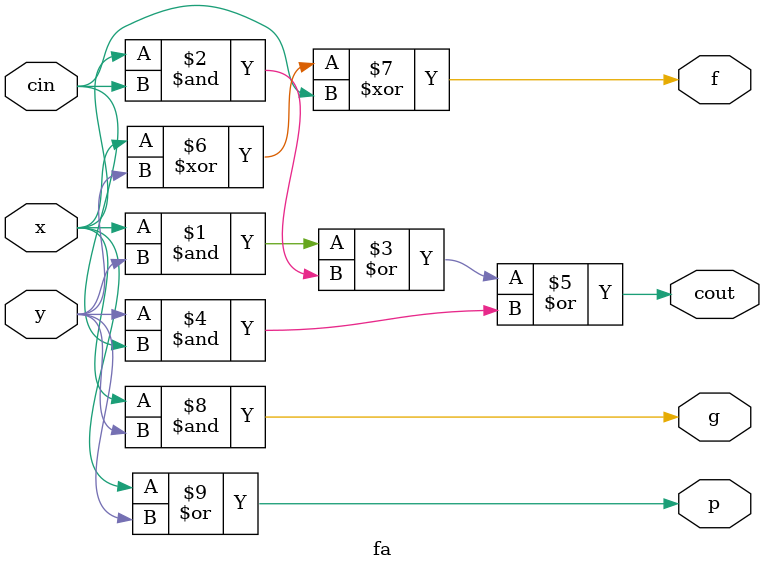
<source format=v>
`timescale 1ns / 1ps


module fa(f,cout,p,g,x,y,cin);
    output f,cout,p,g;
    input x,y,cin;
    
assign cout = (x & y) |  (x & cin) | (y & cin);
assign f = x ^ y ^ cin;
assign g = x & y;
assign p = x | y;
endmodule

</source>
